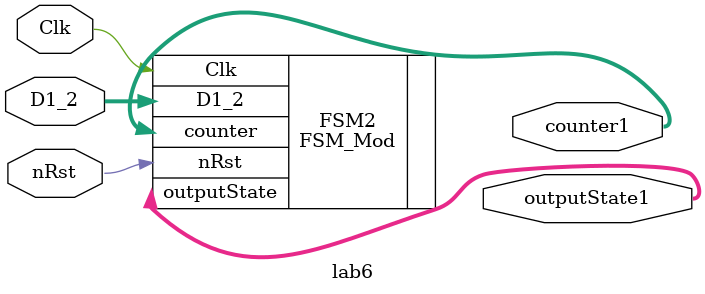
<source format=v>
module lab6 (
	input wire Clk, nRst, 
	input wire [1:0] D1_2,
	output wire [2:0] outputState1,
	output wire [3:0] counter1
);


//FSM FSM1(.Clk(Clk), .nRst(nRst), .D1_2(D1_2), .outputState(outputState1), .counter(counter1));
FSM_Mod FSM2(.Clk(Clk), .nRst(nRst), .D1_2(D1_2), .outputState(outputState1), .counter(counter1));


endmodule 











</source>
